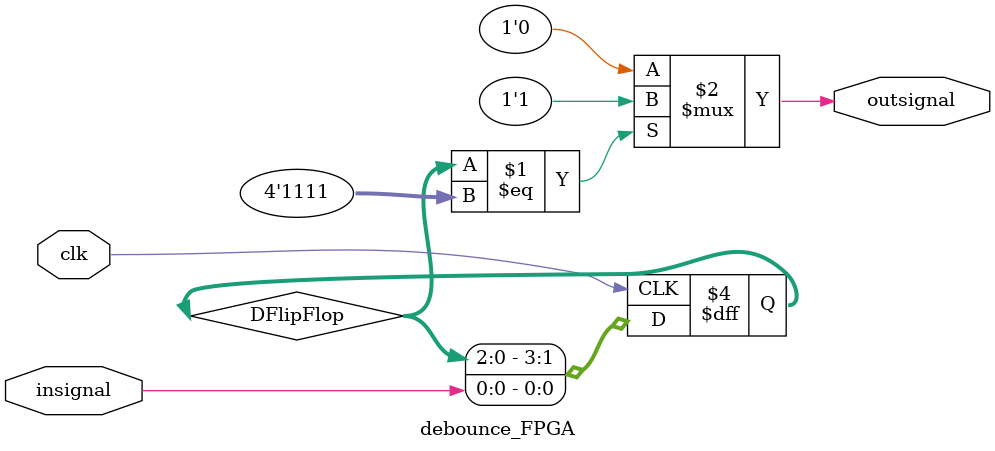
<source format=v>
module CombineOnePulseDebounce(
    input wire input_b,
    input wire clk,
    output out_op
);
    wire wDebounce;
    wire wout_op;
    
    //Debounce and OnePulse
    debounce_FPGA DeTopRST_N(wDebounce, input_b, clk);
    OnePulse OP_TopRST_N(wout_op, wDebounce, clk);
    
    assign out_op=wout_op;

endmodule



module OnePulse(
  output reg signal_single_pulse,
  input wire signal,
  input wire clock
  );

  reg signal_delay;

  always @(posedge clock) begin
      if (signal == 1'b1 & signal_delay == 1'b0)
          signal_single_pulse <= 1'b1;
      else
          signal_single_pulse <= 1'b0;
      signal_delay <= signal;
  end
endmodule

module debounce_FPGA(outsignal, insignal, clk);
output outsignal;
input insignal;
input clk;
reg[3:0]DFlipFlop;
assign outsignal = ((DFlipFlop==4'b1111) ? 1'b1:1'b0);

always @(posedge clk)begin
    DFlipFlop[3:1]<= DFlipFlop[2:0];
    DFlipFlop[0] <= insignal;
end
endmodule
</source>
